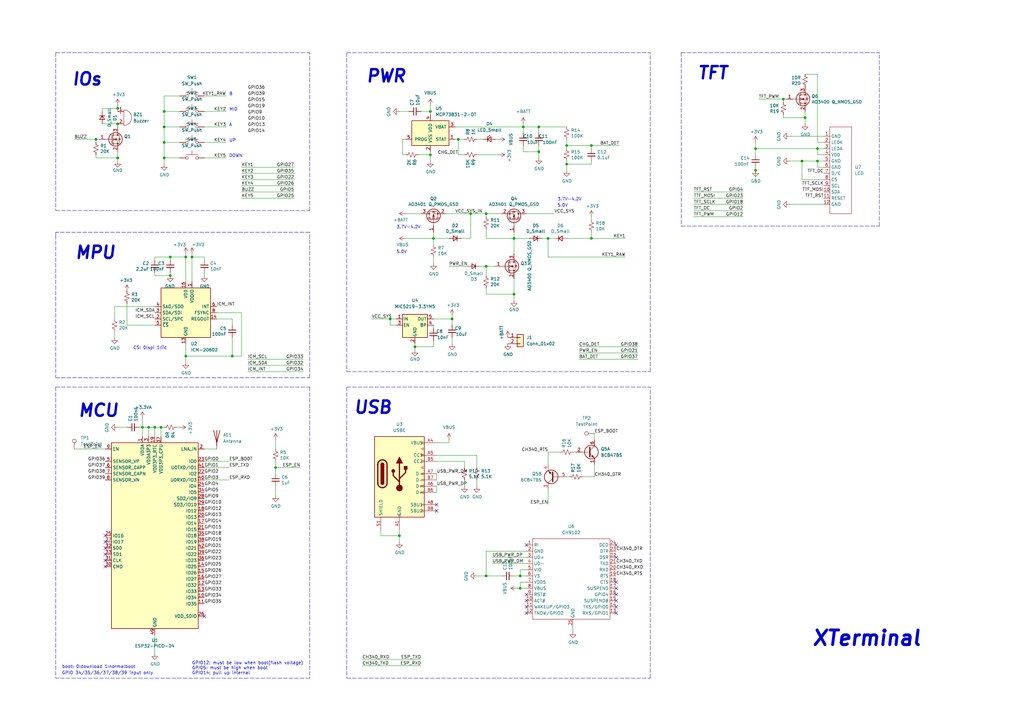
<source format=kicad_sch>
(kicad_sch (version 20211123) (generator eeschema)
  (paper "A3")
  (title_block (title "XTerminal") (date "2021-12-03") (rev "v1.0") (company "LithiumStudio"))
  (junction (at 335.28 66.04))
  (junction (at 176.53 63.5))
  (junction (at 309.88 69.85))
  (junction (at 58.42 175.26))
  (junction (at 67.31 45.72))
  (junction (at 67.31 64.77))
  (junction (at 213.36 241.3))
  (junction (at 232.41 59.69))
  (junction (at 220.98 52.07))
  (junction (at 67.31 52.07))
  (junction (at 69.85 113.03))
  (junction (at 60.96 175.26))
  (junction (at 39.37 57.15))
  (junction (at 69.85 105.41))
  (junction (at 48.26 50.8))
  (junction (at 95.25 146.05))
  (junction (at 176.53 45.72))
  (junction (at 224.79 97.79))
  (junction (at 177.8 97.79))
  (junction (at 185.42 130.81))
  (junction (at 321.31 40.64))
  (junction (at 199.39 236.22))
  (junction (at 330.2 48.26))
  (junction (at 242.57 59.69))
  (junction (at 242.57 97.79))
  (junction (at 309.88 60.96))
  (junction (at 66.04 175.26))
  (junction (at 193.04 87.63))
  (junction (at 199.39 109.22))
  (junction (at 232.41 67.31))
  (junction (at 210.82 97.79))
  (junction (at 220.98 62.23))
  (junction (at 48.26 44.45))
  (junction (at 113.03 191.77))
  (junction (at 63.5 175.26))
  (junction (at 67.31 58.42))
  (junction (at 199.39 87.63))
  (junction (at 163.83 219.71))
  (junction (at 335.28 60.96))
  (junction (at 328.93 66.04))
  (junction (at 214.63 52.07))
  (junction (at 170.18 142.24))
  (junction (at 78.74 105.41))
  (junction (at 48.26 64.77))
  (junction (at 160.02 130.81))
  (junction (at 187.96 57.15))
  (junction (at 76.2 146.05))
  (junction (at 213.36 236.22))
  (junction (at 76.2 105.41))
  (junction (at 210.82 120.65))
  (no_connect (at 252.73 251.46))
  (no_connect (at 252.73 246.38))
  (no_connect (at 252.73 243.84))
  (no_connect (at 252.73 248.92))
  (no_connect (at 252.73 241.3))
  (no_connect (at 252.73 238.76))
  (no_connect (at 252.73 223.52))
  (no_connect (at 215.9 223.52))
  (no_connect (at 43.18 227.33))
  (no_connect (at 43.18 229.87))
  (no_connect (at 43.18 232.41))
  (no_connect (at 43.18 224.79))
  (no_connect (at 43.18 222.25))
  (no_connect (at 43.18 219.71))
  (no_connect (at 179.07 207.01))
  (no_connect (at 252.73 228.6))
  (no_connect (at 179.07 209.55))
  (no_connect (at 83.82 252.73))
  (no_connect (at 215.9 246.38))
  (no_connect (at 215.9 251.46))
  (no_connect (at 215.9 243.84))
  (no_connect (at 215.9 248.92))
  (wire (pts (xy 330.2 30.48) (xy 335.28 30.48)))
  (wire (pts (xy 184.15 180.34) (xy 184.15 181.61)))
  (wire (pts (xy 95.25 138.43) (xy 95.25 146.05)))
  (wire (pts (xy 99.06 76.2) (xy 120.65 76.2)))
  (wire (pts (xy 335.28 58.42) (xy 337.82 58.42)))
  (wire (pts (xy 176.53 66.04) (xy 176.53 63.5)))
  (wire (pts (xy 195.58 57.15) (xy 198.12 57.15)))
  (wire (pts (xy 242.57 59.69) (xy 242.57 60.96)))
  (wire (pts (xy 179.07 186.69) (xy 195.58 186.69)))
  (wire (pts (xy 58.42 175.26) (xy 58.42 179.07)))
  (wire (pts (xy 67.31 64.77) (xy 67.31 67.31)))
  (polyline (pts (xy 22.86 158.75) (xy 127 158.75)))
  (wire (pts (xy 193.04 87.63) (xy 199.39 87.63)))
  (wire (pts (xy 48.26 64.77) (xy 48.26 66.04)))
  (polyline (pts (xy 127 86.36) (xy 127 21.59)))
  (wire (pts (xy 195.58 196.85) (xy 195.58 199.39)))
  (wire (pts (xy 177.8 97.79) (xy 184.15 97.79)))
  (wire (pts (xy 63.5 113.03) (xy 69.85 113.03)))
  (polyline (pts (xy 127 154.94) (xy 127 95.25)))
  (wire (pts (xy 242.57 95.25) (xy 242.57 97.79)))
  (wire (pts (xy 172.72 45.72) (xy 176.53 45.72)))
  (wire (pts (xy 67.31 52.07) (xy 73.66 52.07)))
  (wire (pts (xy 309.88 69.85) (xy 309.88 74.93)))
  (wire (pts (xy 170.18 143.51) (xy 170.18 142.24)))
  (wire (pts (xy 224.79 105.41) (xy 224.79 97.79)))
  (wire (pts (xy 232.41 66.04) (xy 232.41 67.31)))
  (wire (pts (xy 242.57 97.79) (xy 256.54 97.79)))
  (wire (pts (xy 160.02 133.35) (xy 160.02 130.81)))
  (wire (pts (xy 67.31 39.37) (xy 67.31 45.72)))
  (wire (pts (xy 201.93 231.14) (xy 215.9 231.14)))
  (wire (pts (xy 232.41 195.58) (xy 233.68 195.58)))
  (wire (pts (xy 337.82 73.66) (xy 328.93 73.66)))
  (wire (pts (xy 78.74 104.14) (xy 78.74 105.41)))
  (polyline (pts (xy 127 95.25) (xy 22.86 95.25)))
  (wire (pts (xy 337.82 68.58) (xy 335.28 68.58)))
  (wire (pts (xy 160.02 130.81) (xy 162.56 130.81)))
  (wire (pts (xy 88.9 128.27) (xy 99.06 128.27)))
  (wire (pts (xy 220.98 62.23) (xy 220.98 64.77)))
  (polyline (pts (xy 22.86 95.25) (xy 22.86 96.52)))
  (wire (pts (xy 190.5 189.23) (xy 190.5 191.77)))
  (wire (pts (xy 196.85 109.22) (xy 199.39 109.22)))
  (wire (pts (xy 170.18 142.24) (xy 177.8 142.24)))
  (wire (pts (xy 66.04 179.07) (xy 66.04 175.26)))
  (wire (pts (xy 199.39 87.63) (xy 199.39 88.9)))
  (wire (pts (xy 48.26 64.77) (xy 48.26 62.23)))
  (wire (pts (xy 335.28 30.48) (xy 335.28 58.42)))
  (wire (pts (xy 48.26 50.8) (xy 48.26 52.07)))
  (wire (pts (xy 99.06 71.12) (xy 120.65 71.12)))
  (wire (pts (xy 48.26 44.45) (xy 48.26 45.72)))
  (wire (pts (xy 237.49 142.24) (xy 261.62 142.24)))
  (wire (pts (xy 182.88 87.63) (xy 193.04 87.63)))
  (wire (pts (xy 63.5 260.35) (xy 63.5 267.97)))
  (wire (pts (xy 214.63 62.23) (xy 220.98 62.23)))
  (wire (pts (xy 190.5 63.5) (xy 187.96 63.5)))
  (wire (pts (xy 69.85 106.68) (xy 69.85 105.41)))
  (wire (pts (xy 328.93 66.04) (xy 335.28 66.04)))
  (wire (pts (xy 187.96 57.15) (xy 190.5 57.15)))
  (wire (pts (xy 204.47 57.15) (xy 203.2 57.15)))
  (wire (pts (xy 311.15 40.64) (xy 321.31 40.64)))
  (wire (pts (xy 193.04 97.79) (xy 193.04 87.63)))
  (polyline (pts (xy 279.4 21.59) (xy 279.4 92.71)))
  (wire (pts (xy 88.9 130.81) (xy 95.25 130.81)))
  (polyline (pts (xy 22.86 158.75) (xy 22.86 278.13)))
  (wire (pts (xy 177.8 95.25) (xy 177.8 97.79)))
  (wire (pts (xy 190.5 196.85) (xy 190.5 199.39)))
  (wire (pts (xy 186.69 52.07) (xy 214.63 52.07)))
  (wire (pts (xy 210.82 120.65) (xy 210.82 114.3)))
  (wire (pts (xy 214.63 52.07) (xy 220.98 52.07)))
  (wire (pts (xy 176.53 63.5) (xy 176.53 62.23)))
  (wire (pts (xy 199.39 120.65) (xy 210.82 120.65)))
  (wire (pts (xy 41.91 44.45) (xy 48.26 44.45)))
  (wire (pts (xy 237.49 144.78) (xy 261.62 144.78)))
  (wire (pts (xy 99.06 78.74) (xy 120.65 78.74)))
  (wire (pts (xy 83.82 196.85) (xy 93.98 196.85)))
  (wire (pts (xy 66.04 175.26) (xy 63.5 175.26)))
  (wire (pts (xy 214.63 50.8) (xy 214.63 52.07)))
  (wire (pts (xy 63.5 175.26) (xy 60.96 175.26)))
  (wire (pts (xy 323.85 55.88) (xy 337.82 55.88)))
  (wire (pts (xy 67.31 52.07) (xy 67.31 58.42)))
  (wire (pts (xy 234.95 185.42) (xy 236.22 185.42)))
  (wire (pts (xy 323.85 66.04) (xy 328.93 66.04)))
  (wire (pts (xy 57.15 175.26) (xy 58.42 175.26)))
  (wire (pts (xy 284.48 86.36) (xy 304.8 86.36)))
  (wire (pts (xy 83.82 111.76) (xy 83.82 113.03)))
  (wire (pts (xy 73.66 175.26) (xy 72.39 175.26)))
  (wire (pts (xy 321.31 48.26) (xy 330.2 48.26)))
  (wire (pts (xy 185.42 138.43) (xy 185.42 140.97)))
  (wire (pts (xy 101.6 152.4) (xy 124.46 152.4)))
  (wire (pts (xy 78.74 105.41) (xy 78.74 115.57)))
  (wire (pts (xy 83.82 58.42) (xy 92.71 58.42)))
  (wire (pts (xy 67.31 39.37) (xy 73.66 39.37)))
  (wire (pts (xy 335.28 63.5) (xy 335.28 60.96)))
  (wire (pts (xy 321.31 46.99) (xy 321.31 48.26)))
  (wire (pts (xy 83.82 39.37) (xy 92.71 39.37)))
  (wire (pts (xy 195.58 63.5) (xy 204.47 63.5)))
  (wire (pts (xy 309.88 68.58) (xy 309.88 69.85)))
  (wire (pts (xy 284.48 78.74) (xy 304.8 78.74)))
  (wire (pts (xy 63.5 111.76) (xy 63.5 113.03)))
  (wire (pts (xy 171.45 63.5) (xy 176.53 63.5)))
  (polyline (pts (xy 142.24 21.59) (xy 266.7 21.59)))
  (polyline (pts (xy 142.24 158.75) (xy 266.7 158.75)))
  (wire (pts (xy 177.8 130.81) (xy 185.42 130.81)))
  (wire (pts (xy 163.83 219.71) (xy 163.83 222.25)))
  (wire (pts (xy 220.98 52.07) (xy 232.41 52.07)))
  (wire (pts (xy 166.37 63.5) (xy 165.1 63.5)))
  (wire (pts (xy 215.9 226.06) (xy 199.39 226.06)))
  (wire (pts (xy 237.49 147.32) (xy 261.62 147.32)))
  (wire (pts (xy 330.2 45.72) (xy 330.2 48.26)))
  (wire (pts (xy 148.59 273.05) (xy 172.72 273.05)))
  (wire (pts (xy 242.57 67.31) (xy 232.41 67.31)))
  (wire (pts (xy 199.39 226.06) (xy 199.39 236.22)))
  (wire (pts (xy 166.37 97.79) (xy 177.8 97.79)))
  (wire (pts (xy 309.88 60.96) (xy 309.88 63.5)))
  (wire (pts (xy 99.06 68.58) (xy 120.65 68.58)))
  (wire (pts (xy 63.5 106.68) (xy 63.5 105.41)))
  (wire (pts (xy 39.37 63.5) (xy 39.37 64.77)))
  (wire (pts (xy 166.37 87.63) (xy 172.72 87.63)))
  (polyline (pts (xy 142.24 278.13) (xy 266.7 278.13)))
  (wire (pts (xy 148.59 270.51) (xy 172.72 270.51)))
  (wire (pts (xy 321.31 40.64) (xy 322.58 40.64)))
  (wire (pts (xy 95.25 146.05) (xy 76.2 146.05)))
  (wire (pts (xy 83.82 64.77) (xy 92.71 64.77)))
  (wire (pts (xy 177.8 97.79) (xy 177.8 100.33)))
  (wire (pts (xy 99.06 73.66) (xy 120.65 73.66)))
  (wire (pts (xy 224.79 97.79) (xy 227.33 97.79)))
  (wire (pts (xy 284.48 81.28) (xy 304.8 81.28)))
  (wire (pts (xy 213.36 241.3) (xy 215.9 241.3)))
  (wire (pts (xy 254 59.69) (xy 242.57 59.69)))
  (wire (pts (xy 232.41 59.69) (xy 232.41 60.96)))
  (wire (pts (xy 63.5 179.07) (xy 63.5 175.26)))
  (wire (pts (xy 67.31 45.72) (xy 67.31 52.07)))
  (wire (pts (xy 165.1 63.5) (xy 165.1 57.15)))
  (wire (pts (xy 163.83 217.17) (xy 163.83 219.71)))
  (wire (pts (xy 177.8 139.7) (xy 177.8 142.24)))
  (wire (pts (xy 185.42 130.81) (xy 185.42 133.35)))
  (wire (pts (xy 95.25 130.81) (xy 95.25 133.35)))
  (wire (pts (xy 195.58 191.77) (xy 195.58 186.69)))
  (wire (pts (xy 83.82 52.07) (xy 92.71 52.07)))
  (wire (pts (xy 186.69 57.15) (xy 187.96 57.15)))
  (wire (pts (xy 215.9 87.63) (xy 227.33 87.63)))
  (wire (pts (xy 76.2 104.14) (xy 76.2 105.41)))
  (wire (pts (xy 99.06 128.27) (xy 99.06 146.05)))
  (wire (pts (xy 41.91 50.8) (xy 48.26 50.8)))
  (polyline (pts (xy 266.7 278.13) (xy 266.7 158.75)))
  (wire (pts (xy 69.85 111.76) (xy 69.85 113.03)))
  (wire (pts (xy 93.98 189.23) (xy 83.82 189.23)))
  (wire (pts (xy 242.57 66.04) (xy 242.57 67.31)))
  (wire (pts (xy 210.82 123.19) (xy 210.82 120.65)))
  (wire (pts (xy 46.99 135.89) (xy 46.99 138.43)))
  (wire (pts (xy 189.23 97.79) (xy 193.04 97.79)))
  (wire (pts (xy 215.9 238.76) (xy 213.36 238.76)))
  (polyline (pts (xy 279.4 92.71) (xy 360.68 92.71)))
  (wire (pts (xy 67.31 64.77) (xy 73.66 64.77)))
  (wire (pts (xy 39.37 57.15) (xy 39.37 58.42)))
  (wire (pts (xy 58.42 171.45) (xy 58.42 175.26)))
  (wire (pts (xy 48.26 175.26) (xy 52.07 175.26)))
  (wire (pts (xy 185.42 129.54) (xy 185.42 130.81)))
  (wire (pts (xy 232.41 97.79) (xy 242.57 97.79)))
  (wire (pts (xy 199.39 93.98) (xy 199.39 97.79)))
  (wire (pts (xy 48.26 43.18) (xy 48.26 44.45)))
  (polyline (pts (xy 142.24 21.59) (xy 142.24 152.4)))
  (wire (pts (xy 242.57 59.69) (xy 232.41 59.69)))
  (wire (pts (xy 83.82 191.77) (xy 93.98 191.77)))
  (wire (pts (xy 217.17 97.79) (xy 210.82 97.79)))
  (wire (pts (xy 220.98 54.61) (xy 220.98 52.07)))
  (wire (pts (xy 224.79 185.42) (xy 224.79 190.5)))
  (wire (pts (xy 113.03 199.39) (xy 113.03 203.2)))
  (wire (pts (xy 176.53 45.72) (xy 176.53 46.99)))
  (wire (pts (xy 215.9 233.68) (xy 213.36 233.68)))
  (polyline (pts (xy 22.86 96.52) (xy 22.86 154.94)))
  (wire (pts (xy 234.95 256.54) (xy 234.95 259.08)))
  (wire (pts (xy 99.06 146.05) (xy 95.25 146.05)))
  (wire (pts (xy 60.96 179.07) (xy 60.96 175.26)))
  (wire (pts (xy 52.07 133.35) (xy 63.5 133.35)))
  (wire (pts (xy 203.2 109.22) (xy 199.39 109.22)))
  (wire (pts (xy 210.82 95.25) (xy 210.82 97.79)))
  (wire (pts (xy 330.2 48.26) (xy 330.2 50.8)))
  (wire (pts (xy 101.6 149.86) (xy 124.46 149.86)))
  (wire (pts (xy 40.64 57.15) (xy 39.37 57.15)))
  (wire (pts (xy 232.41 57.15) (xy 232.41 59.69)))
  (wire (pts (xy 52.07 124.46) (xy 52.07 133.35)))
  (wire (pts (xy 67.31 175.26) (xy 66.04 175.26)))
  (wire (pts (xy 113.03 191.77) (xy 123.19 191.77)))
  (wire (pts (xy 214.63 52.07) (xy 214.63 54.61)))
  (wire (pts (xy 201.93 228.6) (xy 215.9 228.6)))
  (wire (pts (xy 46.99 125.73) (xy 46.99 130.81)))
  (wire (pts (xy 284.48 88.9) (xy 304.8 88.9)))
  (wire (pts (xy 191.77 109.22) (xy 184.15 109.22)))
  (wire (pts (xy 58.42 175.26) (xy 60.96 175.26)))
  (wire (pts (xy 41.91 45.72) (xy 41.91 44.45)))
  (wire (pts (xy 199.39 97.79) (xy 210.82 97.79)))
  (wire (pts (xy 335.28 68.58) (xy 335.28 66.04)))
  (wire (pts (xy 213.36 233.68) (xy 213.36 236.22)))
  (wire (pts (xy 321.31 40.64) (xy 321.31 41.91)))
  (wire (pts (xy 309.88 60.96) (xy 335.28 60.96)))
  (wire (pts (xy 39.37 64.77) (xy 48.26 64.77)))
  (wire (pts (xy 30.48 57.15) (xy 39.37 57.15)))
  (wire (pts (xy 335.28 66.04) (xy 337.82 66.04)))
  (wire (pts (xy 212.09 241.3) (xy 213.36 241.3)))
  (wire (pts (xy 179.07 181.61) (xy 184.15 181.61)))
  (wire (pts (xy 99.06 81.28) (xy 120.65 81.28)))
  (wire (pts (xy 229.87 185.42) (xy 224.79 185.42)))
  (wire (pts (xy 170.18 142.24) (xy 170.18 140.97)))
  (wire (pts (xy 152.4 130.81) (xy 160.02 130.81)))
  (wire (pts (xy 69.85 105.41) (xy 76.2 105.41)))
  (wire (pts (xy 163.83 45.72) (xy 167.64 45.72)))
  (wire (pts (xy 337.82 60.96) (xy 335.28 60.96)))
  (wire (pts (xy 165.1 57.15) (xy 166.37 57.15)))
  (polyline (pts (xy 127 278.13) (xy 22.86 278.13)))
  (wire (pts (xy 67.31 58.42) (xy 73.66 58.42)))
  (wire (pts (xy 243.84 195.58) (xy 238.76 195.58)))
  (polyline (pts (xy 22.86 21.59) (xy 127 21.59)))
  (wire (pts (xy 243.84 190.5) (xy 243.84 195.58)))
  (wire (pts (xy 83.82 105.41) (xy 78.74 105.41)))
  (wire (pts (xy 177.8 105.41) (xy 177.8 107.95)))
  (wire (pts (xy 177.8 134.62) (xy 177.8 133.35)))
  (wire (pts (xy 214.63 59.69) (xy 214.63 62.23)))
  (wire (pts (xy 113.03 191.77) (xy 113.03 194.31)))
  (polyline (pts (xy 22.86 21.59) (xy 22.86 86.36)))
  (wire (pts (xy 210.82 104.14) (xy 210.82 97.79)))
  (wire (pts (xy 113.03 189.23) (xy 113.03 191.77)))
  (wire (pts (xy 156.21 219.71) (xy 163.83 219.71)))
  (wire (pts (xy 222.25 97.79) (xy 224.79 97.79)))
  (wire (pts (xy 284.48 83.82) (xy 304.8 83.82)))
  (wire (pts (xy 323.85 83.82) (xy 337.82 83.82)))
  (wire (pts (xy 179.07 199.39) (xy 179.07 201.93)))
  (wire (pts (xy 210.82 236.22) (xy 213.36 236.22)))
  (wire (pts (xy 101.6 147.32) (xy 124.46 147.32)))
  (wire (pts (xy 205.74 87.63) (xy 199.39 87.63)))
  (wire (pts (xy 337.82 63.5) (xy 335.28 63.5)))
  (wire (pts (xy 63.5 105.41) (xy 69.85 105.41)))
  (polyline (pts (xy 266.7 152.4) (xy 266.7 21.59)))
  (wire (pts (xy 213.36 238.76) (xy 213.36 241.3)))
  (wire (pts (xy 224.79 105.41) (xy 256.54 105.41)))
  (wire (pts (xy 83.82 184.15) (xy 88.9 184.15)))
  (wire (pts (xy 76.2 140.97) (xy 76.2 146.05)))
  (wire (pts (xy 199.39 118.11) (xy 199.39 120.65)))
  (wire (pts (xy 30.48 184.15) (xy 43.18 184.15)))
  (wire (pts (xy 187.96 63.5) (xy 187.96 57.15)))
  (wire (pts (xy 328.93 73.66) (xy 328.93 66.04)))
  (wire (pts (xy 224.79 200.66) (xy 224.79 207.01)))
  (wire (pts (xy 242.57 88.9) (xy 242.57 90.17)))
  (wire (pts (xy 76.2 105.41) (xy 76.2 115.57)))
  (wire (pts (xy 83.82 106.68) (xy 83.82 105.41)))
  (polyline (pts (xy 22.86 86.36) (xy 127 86.36)))
  (wire (pts (xy 113.03 180.34) (xy 113.03 184.15)))
  (wire (pts (xy 213.36 236.22) (xy 215.9 236.22)))
  (wire (pts (xy 162.56 133.35) (xy 160.02 133.35)))
  (wire (pts (xy 156.21 217.17) (xy 156.21 219.71)))
  (wire (pts (xy 199.39 236.22) (xy 195.58 236.22)))
  (wire (pts (xy 243.84 177.8) (xy 243.84 180.34)))
  (wire (pts (xy 76.2 146.05) (xy 76.2 148.59)))
  (polyline (pts (xy 360.68 92.71) (xy 360.68 21.59)))
  (wire (pts (xy 199.39 236.22) (xy 205.74 236.22)))
  (wire (pts (xy 199.39 109.22) (xy 199.39 113.03)))
  (polyline (pts (xy 279.4 21.59) (xy 360.68 21.59)))
  (wire (pts (xy 179.07 194.31) (xy 179.07 196.85)))
  (polyline (pts (xy 22.86 154.94) (xy 127 154.94)))
  (wire (pts (xy 67.31 45.72) (xy 73.66 45.72)))
  (wire (pts (xy 232.41 67.31) (xy 232.41 69.85)))
  (polyline (pts (xy 142.24 158.75) (xy 142.24 278.13)))
  (wire (pts (xy 83.82 45.72) (xy 92.71 45.72)))
  (wire (pts (xy 46.99 125.73) (xy 63.5 125.73)))
  (polyline (pts (xy 127 158.75) (xy 127 278.13)))
  (wire (pts (xy 176.53 43.18) (xy 176.53 45.72)))
  (polyline (pts (xy 142.24 152.4) (xy 266.7 152.4)))
  (wire (pts (xy 67.31 58.42) (xy 67.31 64.77)))
  (wire (pts (xy 179.07 189.23) (xy 190.5 189.23)))
  (wire (pts (xy 309.88 58.42) (xy 309.88 60.96)))
  (wire (pts (xy 220.98 59.69) (xy 220.98 62.23)))
  (text "UP" (at 93.98 58.42 0) (effects (font (size 1.27 1.27)) (justify left bottom)))
  (text "MPU" (at 30.48 106.68 0) (effects (font (size 5 5) bold italic) (justify left bottom)))
  (text "GPIO 34/35/36/37/38/39 input only" (at 25.4 276.86 0) (effects (font (size 1.27 1.27)) (justify left bottom)))
  (text "5.0V" (at 228.6 85.09 0) (effects (font (size 1.27 1.27)) (justify left bottom)))
  (text "3.7V-4.2V" (at 228.6 82.55 0) (effects (font (size 1.27 1.27)) (justify left bottom)))
  (text "GPIO12: must be low when boot(flash voltage)\nGPIO5: must be high when boot\nGPIO14: pull up internal" (at 78.74 276.86 0) (effects (font (size 1.27 1.27)) (justify left bottom)))
  (text "XTerminal" (at 332.74 265.43 0) (effects (font (size 6 6) (thickness 1.2) bold italic) (justify left bottom)))
  (text "3.7V-4.2V" (at 162.56 93.98 0) (effects (font (size 1.27 1.27)) (justify left bottom)))
  (text "MCU" (at 31.75 171.45 0) (effects (font (size 5 5) (thickness 1) bold italic) (justify left bottom)))
  (text "DOWN" (at 93.9169 64.7067 0) (effects (font (size 1.27 1.27)) (justify left bottom)))
  (text "USB" (at 144.78 170.18 0) (effects (font (size 5 5) bold italic) (justify left bottom)))
  (text "PWR" (at 149.86 34.29 0) (effects (font (size 5 5) bold italic) (justify left bottom)))
  (text "IOs" (at 29.21 35.56 0) (effects (font (size 5 5) bold italic) (justify left bottom)))
  (text "A" (at 93.9169 52.0593 0) (effects (font (size 1.27 1.27)) (justify left bottom)))
  (text "boot: 0:download 1:normalboot" (at 25.4 274.32 0) (effects (font (size 1.27 1.27)) (justify left bottom)))
  (text "MID" (at 93.98 45.72 0) (effects (font (size 1.27 1.27)) (justify left bottom)))
  (text "TFT" (at 285.75 33.02 0) (effects (font (size 5 5) bold italic) (justify left bottom)))
  (text "CS: 0:spi 1:iic" (at 54.61 143.51 0) (effects (font (size 1.27 1.27)) (justify left bottom)))
  (text "5.0V" (at 162.56 104.14 0) (effects (font (size 1.27 1.27)) (justify left bottom)))
  (text "B" (at 93.98 39.37 0) (effects (font (size 1.27 1.27)) (justify left bottom)))
  (label "CH340_TXD" (at 148.59 273.05 0))
  (label "GPIO3" (at 83.82 196.85 0))
  (label "TFT_PWM" (at 311.15 40.64 0))
  (label "KEY2" (at 99.06 71.12 0))
  (label "ICM_SCL" (at 101.6 147.32 0))
  (label "GPIO2" (at 83.82 194.31 0))
  (label "ICM_SDA" (at 101.6 149.86 0))
  (label "GPIO32" (at 124.46 149.86 180))
  (label "GPIO23" (at 304.8 81.28 180))
  (label "GPIO23" (at 83.82 229.87 0))
  (label "GPIO4" (at 304.8 78.74 180))
  (label "BAT_DET" (at 237.49 147.32 0))
  (label "USB_PWR_DP" (at 179.07 199.39 0))
  (label "BUZZ" (at 30.48 57.15 0))
  (label "ICM_SDA" (at 63.5 128.27 180))
  (label "ESP_EN" (at 123.19 191.77 180))
  (label "GPIO1" (at 83.82 191.77 0))
  (label "VCC_SYS" (at 227.33 87.63 0))
  (label "GPIO18" (at 304.8 83.82 180))
  (label "TTF_MOSI" (at 284.48 81.28 0))
  (label "ESP_TXD" (at 93.98 191.77 0))
  (label "CH340_DTR" (at 243.84 195.58 0))
  (label "GPIO22" (at 120.65 73.66 180))
  (label "TFT_SCLK" (at 284.48 83.82 0))
  (label "TFT_PWM" (at 284.48 88.9 0))
  (label "PWR_EN" (at 184.15 109.22 0))
  (label "GPIO33" (at 83.82 242.57 0))
  (label "KEY1_RAW" (at 256.54 105.41 180))
  (label "GPIO13" (at 101.6 52.07 0))
  (label "CHG_DET" (at 187.96 63.5 180))
  (label "GPIO38" (at 43.18 194.31 180))
  (label "TTF_MOSI" (at 337.82 78.74 180))
  (label "CH340_RXD" (at 252.73 233.68 0))
  (label "KEY4" (at 99.06 76.2 0))
  (label "CH340_RXD" (at 148.59 270.51 0))
  (label "KEY1" (at 256.54 97.79 180))
  (label "KEY3" (at 99.06 73.66 0))
  (label "USB_PWR_DP" (at 201.93 228.6 0))
  (label "ESP_TXD" (at 172.72 270.51 180))
  (label "TFT_SCLK" (at 337.82 76.2 180))
  (label "ESP_BOOT" (at 243.84 177.8 0))
  (label "GPIO2" (at 304.8 86.36 180))
  (label "ESP_RXD" (at 93.98 196.85 0))
  (label "GPIO25" (at 120.65 81.28 180))
  (label "VCC_SYS" (at 152.4 130.81 0))
  (label "KEY1" (at 99.06 68.58 0))
  (label "GPIO12" (at 304.8 88.9 180))
  (label "GPIO22" (at 83.82 227.33 0))
  (label "GPIO0" (at 83.82 189.23 0))
  (label "CH340_RTS" (at 252.73 236.22 0))
  (label "GPIO38" (at 261.62 142.24 180))
  (label "CH340_TXD" (at 252.73 231.14 0))
  (label "KEY4" (at 92.71 58.42 180))
  (label "GPIO35" (at 120.65 71.12 180))
  (label "GPIO36" (at 101.6 36.83 0))
  (label "ESP_BOOT" (at 93.98 189.23 0))
  (label "KEY5" (at 99.06 81.28 0))
  (label "GPIO14" (at 83.82 214.63 0))
  (label "CHG_DET" (at 237.49 142.24 0))
  (label "GPIO9" (at 101.6 46.99 0))
  (label "GPIO5" (at 120.65 78.74 180))
  (label "GPIO37" (at 261.62 147.32 180))
  (label "VCC_SYS_IN" (at 186.69 87.63 0))
  (label "GPIO34" (at 83.82 245.11 0))
  (label "GPIO5" (at 83.82 201.93 0))
  (label "GPIO13" (at 83.82 212.09 0))
  (label "KEY3" (at 92.71 52.07 180))
  (label "GPIO26" (at 83.82 234.95 0))
  (label "GPIO27" (at 120.65 68.58 180))
  (label "GPIO34" (at 124.46 152.4 180))
  (label "GPIO9" (at 83.82 204.47 0))
  (label "BUZZ" (at 99.06 78.74 0))
  (label "ICM_SCL" (at 63.5 130.81 180))
  (label "GPIO33" (at 124.46 147.32 180))
  (label "TFT_RST" (at 284.48 78.74 0))
  (label "GPIO25" (at 83.82 232.41 0))
  (label "ICM_INT" (at 88.9 125.73 0))
  (label "ESP_RXD" (at 172.72 273.05 180))
  (label "GPIO19" (at 83.82 222.25 0))
  (label "GPIO26" (at 120.65 76.2 180))
  (label "TFT_DC" (at 284.48 86.36 0))
  (label "GPIO35" (at 83.82 247.65 0))
  (label "GPIO4" (at 83.82 199.39 0))
  (label "GPIO19" (at 101.6 44.45 0))
  (label "GPIO39" (at 43.18 196.85 180))
  (label "CH340_DTR" (at 252.73 226.06 0))
  (label "PWR_EN" (at 237.49 144.78 0))
  (label "GPIO39" (at 101.6 39.37 0))
  (label "ICM_INT" (at 101.6 152.4 0))
  (label "USB_PWR_DM" (at 179.07 194.31 0))
  (label "GPIO15" (at 83.82 217.17 0))
  (label "CH340_RTS" (at 224.79 185.42 180))
  (label "GPIO14" (at 101.6 54.61 0))
  (label "KEY5" (at 92.71 64.77 180))
  (label "GPIO10" (at 101.6 49.53 0))
  (label "GPIO36" (at 43.18 189.23 180))
  (label "GPIO21" (at 83.82 224.79 0))
  (label "GPIO18" (at 83.82 219.71 0))
  (label "GPIO32" (at 83.82 240.03 0))
  (label "GPIO21" (at 261.62 144.78 180))
  (label "KEY1_RAW" (at 92.71 39.37 180))
  (label "GPIO15" (at 101.6 41.91 0))
  (label "ESP_EN" (at 34.29 184.15 0))
  (label "TFT_DC" (at 337.82 71.12 180))
  (label "GPIO27" (at 83.82 237.49 0))
  (label "ESP_EN" (at 224.79 207.01 180))
  (label "TFT_RST" (at 337.82 81.28 180))
  (label "GPIO12" (at 83.82 209.55 0))
  (label "GPIO37" (at 43.18 191.77 180))
  (label "USB_PWR_DM" (at 201.93 231.14 0))
  (label "GPIO10" (at 83.82 207.01 0))
  (label "KEY2" (at 92.71 45.72 180))
  (label "BAT_DET" (at 254 59.69 180))
  (symbol (lib_id "RF_Module:ESP32-PICO-D4") (at 63.5 219.71 0) (unit 1)
    (property "Reference" "U1" (at 63.5 262.6106 0))
    (property "Value" "ESP32-PICO-D4" (at 63.5 264.922 0))
    (property "Footprint" "Package_DFN_QFN:QFN-48-1EP_7x7mm_P0.5mm_EP5.15x5.15mm" (effects hide))
    (property "Datasheet" "https://www.espressif.com/sites/default/files/documentation/esp32-pico-d4_datasheet_en.pdf" (effects hide))
  )
  (symbol (lib_id "power:+3.3VA") (at 58.42 171.45 0) (unit 1)
    (property "Reference" "#PWR06" (effects hide))
    (property "Value" "+3.3VA" (at 58.801 167.0558 0))
  )
  (symbol (lib_id "power:+3.3V") (at 73.66 175.26 270) (unit 1)
    (property "Reference" "#PWR010" (effects hide))
    (property "Value" "+3.3V" (at 78.0542 175.641 0))
  )
  (symbol (lib_id "Device:R_Small_US") (at 69.85 175.26 270) (unit 1)
    (property "Reference" "R4" (at 71.0184 176.9872 0) (effects (justify left)))
    (property "Value" "0R" (at 68.707 176.9872 0) (effects (justify left)))
    (property "Footprint" "Resistor_SMD:R_0402_1005Metric_Pad0.72x0.64mm_HandSolder" (effects hide))
  )
  (symbol (lib_id "Device:Q_PMOS_GSD") (at 210.82 90.17 270) (mirror x) (unit 1)
    (property "Reference" "Q4" (at 210.82 81.4832 90))
    (property "Value" "AO3401 Q_PMOS_GSD" (at 210.82 83.7946 90))
    (property "Footprint" "Package_TO_SOT_SMD:SOT-23" (effects hide))
  )
  (symbol (lib_id "Device:Q_NMOS_GSD") (at 208.28 109.22 0) (unit 1)
    (property "Reference" "Q3" (at 213.4616 108.0516 0) (effects (justify left)))
    (property "Value" "AO3400 Q_NMOS_GSD" (at 217.17 119.38 90) (effects (justify left)))
    (property "Footprint" "Package_TO_SOT_SMD:SOT-23" (effects hide))
  )
  (symbol (lib_id "Device:R_Small_US") (at 199.39 91.44 0) (unit 1)
    (property "Reference" "R11" (at 201.1172 90.2716 0) (effects (justify left)))
    (property "Value" "20K" (at 201.1172 92.583 0) (effects (justify left)))
    (property "Footprint" "Resistor_SMD:R_0402_1005Metric_Pad0.72x0.64mm_HandSolder" (effects hide))
  )
  (symbol (lib_id "Device:R_Small_US") (at 199.39 115.57 0) (unit 1)
    (property "Reference" "R12" (at 201.1172 114.4016 0) (effects (justify left)))
    (property "Value" "20K" (at 201.1172 116.713 0) (effects (justify left)))
    (property "Footprint" "Resistor_SMD:R_0402_1005Metric_Pad0.72x0.64mm_HandSolder" (effects hide))
  )
  (symbol (lib_id "Device:D_Small") (at 194.31 109.22 180) (unit 1)
    (property "Reference" "D3" (at 194.31 114.4778 0))
    (property "Value" "D_Small" (at 194.31 112.1664 0))
    (property "Footprint" "Diode_SMD:D_SOD-323" (effects hide))
  )
  (symbol (lib_id "Device:D_Small") (at 229.87 97.79 0) (unit 1)
    (property "Reference" "D6" (at 229.87 92.5322 0))
    (property "Value" "D_Small" (at 229.87 94.8436 0))
    (property "Footprint" "Diode_SMD:D_SOD-323" (effects hide))
  )
  (symbol (lib_id "Device:D_Small") (at 219.71 97.79 180) (unit 1)
    (property "Reference" "D5" (at 219.71 92.5322 0))
    (property "Value" "D_Small" (at 219.71 94.8436 0))
    (property "Footprint" "Diode_SMD:D_SOD-323" (effects hide))
  )
  (symbol (lib_id "power:GND") (at 210.82 123.19 0) (unit 1)
    (property "Reference" "#PWR034" (effects hide))
    (property "Value" "GND" (at 210.82 127 0))
  )
  (symbol (lib_id "Device:R_Small_US") (at 232.41 185.42 90) (unit 1)
    (property "Reference" "R16" (at 231.2416 183.6928 0) (effects (justify left)))
    (property "Value" "10K" (at 233.553 183.6928 0) (effects (justify left)))
    (property "Footprint" "Resistor_SMD:R_0402_1005Metric_Pad0.72x0.64mm_HandSolder" (effects hide))
  )
  (symbol (lib_id "Device:C_Small") (at 69.85 109.22 0) (mirror y) (unit 1)
    (property "Reference" "C3" (at 67.5132 108.0516 0) (effects (justify left)))
    (property "Value" "100nF" (at 67.5132 110.363 0) (effects (justify left)))
    (property "Footprint" "Capacitor_SMD:C_0402_1005Metric_Pad0.74x0.62mm_HandSolder" (effects hide))
  )
  (symbol (lib_id "Device:Antenna") (at 88.9 179.07 0) (unit 1)
    (property "Reference" "AE1" (at 91.44 178.4349 0) (effects (justify left)))
    (property "Value" "Antenna" (at 91.44 180.9749 0) (effects (justify left)))
    (property "Footprint" "RF_Antenna:Johanson_2450AT43F0100" (effects hide))
  )
  (symbol (lib_id "Switch:SW_Push") (at 78.74 58.42 0) (unit 1)
    (property "Reference" "SW4" (at 78.74 50.8 0))
    (property "Value" "SW_Push" (at 78.74 53.34 0))
    (property "Footprint" "Button_Switch_SMD:Panasonic_EVQPUJ_EVQPUA" (effects hide))
  )
  (symbol (lib_id "power:VBUS") (at 176.53 43.18 0) (unit 1)
    (property "Reference" "#PWR022" (effects hide))
    (property "Value" "VBUS" (at 176.53 38.1 0))
  )
  (symbol (lib_id "Device:C_Small") (at 185.42 135.89 0) (mirror y) (unit 1)
    (property "Reference" "C9" (at 189.23 134.62 0) (effects (justify left)))
    (property "Value" "10uF" (at 191.77 137.16 0) (effects (justify left)))
    (property "Footprint" "Capacitor_SMD:C_0402_1005Metric_Pad0.74x0.62mm_HandSolder" (effects hide))
  )
  (symbol (lib_id "power:GND") (at 190.5 199.39 0) (unit 1)
    (property "Reference" "#PWR028" (effects hide))
    (property "Value" "GND" (at 190.627 203.7842 0))
  )
  (symbol (lib_id "power:GND") (at 163.83 45.72 270) (unit 1)
    (property "Reference" "#PWR017" (effects hide))
    (property "Value" "GND" (at 159.4358 45.847 0))
  )
  (symbol (lib_id "Switch:SW_Push") (at 78.74 39.37 0) (unit 1)
    (property "Reference" "SW1" (at 78.74 31.75 0))
    (property "Value" "SW_Push" (at 78.74 34.29 0))
    (property "Footprint" "Button_Switch_SMD:Panasonic_EVQPUJ_EVQPUA" (effects hide))
  )
  (symbol (lib_id "Battery_Management:MCP73831-2-OT") (at 176.53 54.61 0) (unit 1)
    (property "Reference" "U5" (at 178.5494 44.45 0) (effects (justify left)))
    (property "Value" "MCP73831-2-OT" (at 178.5494 46.99 0) (effects (justify left)))
    (property "Footprint" "Package_TO_SOT_SMD:SOT-23-5" (effects hide))
    (property "Datasheet" "http://ww1.microchip.com/downloads/en/DeviceDoc/20001984g.pdf" (effects hide))
  )
  (symbol (lib_id "Device:Q_NMOS_GSD") (at 45.72 57.15 0) (unit 1)
    (property "Reference" "Q1" (at 50.9016 55.9816 0) (effects (justify left)))
    (property "Value" "AO3400 Q_NMOS_GSD" (effects hide))
    (property "Footprint" "Package_TO_SOT_SMD:SOT-23" (effects hide))
  )
  (symbol (lib_id "power:GND") (at 163.83 222.25 0) (unit 1)
    (property "Reference" "#PWR021" (effects hide))
    (property "Value" "GND" (at 163.957 226.6442 0))
  )
  (symbol (lib_id "power:GND") (at 76.2 148.59 0) (unit 1)
    (property "Reference" "#PWR012" (effects hide))
    (property "Value" "GND" (at 76.327 152.9842 0))
  )
  (symbol (lib_id "power:GND") (at 177.8 107.95 0) (unit 1)
    (property "Reference" "#PWR024" (effects hide))
    (property "Value" "GND" (at 177.927 112.3442 0))
  )
  (symbol (lib_id "Device:LED_Small") (at 200.66 57.15 0) (unit 1)
    (property "Reference" "D4" (at 200.7235 50.8 0))
    (property "Value" "LED_Small" (at 200.7235 53.34 0))
    (property "Footprint" "Capacitor_SMD:C_0402_1005Metric_Pad0.74x0.62mm_HandSolder" (effects hide))
  )
  (symbol (lib_id "power:GND") (at 323.85 83.82 270) (unit 1)
    (property "Reference" "#PWR046" (effects hide))
    (property "Value" "GND" (at 319.4558 83.947 0))
  )
  (symbol (lib_id "Device:R_Small_US") (at 39.37 60.96 0) (unit 1)
    (property "Reference" "R1" (at 41.0972 59.7916 0) (effects (justify left)))
    (property "Value" "20K" (at 41.0972 62.103 0) (effects (justify left)))
    (property "Footprint" "Resistor_SMD:R_0402_1005Metric_Pad0.72x0.64mm_HandSolder" (effects hide))
  )
  (symbol (lib_id "Device:R_Small_US") (at 242.57 92.71 0) (unit 1)
    (property "Reference" "R18" (at 244.2972 91.5416 0) (effects (justify left)))
    (property "Value" "10K" (at 244.2972 93.853 0) (effects (justify left)))
    (property "Footprint" "Resistor_SMD:R_0402_1005Metric_Pad0.72x0.64mm_HandSolder" (effects hide))
  )
  (symbol (lib_id "Device:C_Small") (at 214.63 57.15 0) (mirror y) (unit 1)
    (property "Reference" "C10" (at 218.44 55.88 0) (effects (justify left)))
    (property "Value" "10uF" (at 220.98 58.42 0) (effects (justify left)))
    (property "Footprint" "Capacitor_SMD:C_0402_1005Metric_Pad0.74x0.62mm_HandSolder" (effects hide))
  )
  (symbol (lib_id "New_Library:LCD") (at 337.82 55.88 0) (unit 1)
    (property "Reference" "U7" (at 350.52 68.5799 0) (effects (justify left)))
    (property "Value" "LCD" (at 350.52 71.1199 0) (effects (justify left)))
    (property "Footprint" "Library:LCD-ST7789-1.54-12PINS" (effects hide))
  )
  (symbol (lib_id "power:GND") (at 220.98 64.77 0) (unit 1)
    (property "Reference" "#PWR036" (effects hide))
    (property "Value" "GND" (at 221.107 69.1642 0))
  )
  (symbol (lib_id "Connector_Generic:Conn_01x02") (at 213.36 138.43 0) (unit 1)
    (property "Reference" "J1" (at 215.9 138.4299 0) (effects (justify left)))
    (property "Value" "Conn_01x02" (at 215.9 140.9699 0) (effects (justify left)))
    (property "Footprint" "Connector_PinHeader_2.00mm:PinHeader_1x02_P2.00mm_Vertical" (effects hide))
  )
  (symbol (lib_id "power:VBUS") (at 212.09 241.3 90) (unit 1)
    (property "Reference" "#PWR0101" (effects hide))
    (property "Value" "VBUS" (at 207.01 241.3 0))
  )
  (symbol (lib_id "power:+3.3V") (at 113.03 180.34 0) (unit 1)
    (property "Reference" "#PWR015" (effects hide))
    (property "Value" "+3.3V" (at 113.411 175.9458 0))
  )
  (symbol (lib_id "Device:R_Small_US") (at 232.41 63.5 0) (unit 1)
    (property "Reference" "R15" (at 234.1372 62.3316 0) (effects (justify left)))
    (property "Value" "100K" (at 234.1372 64.643 0) (effects (justify left)))
    (property "Footprint" "Resistor_SMD:R_0402_1005Metric_Pad0.72x0.64mm_HandSolder" (effects hide))
  )
  (symbol (lib_id "power:+BATT") (at 214.63 50.8 0) (unit 1)
    (property "Reference" "#PWR035" (effects hide))
    (property "Value" "+BATT" (at 214.63 45.72 0))
  )
  (symbol (lib_id "power:GND") (at 195.58 236.22 270) (unit 1)
    (property "Reference" "#PWR0102" (effects hide))
    (property "Value" "GND" (at 191.1858 236.347 0))
  )
  (symbol (lib_id "Connector:TestPoint") (at 30.48 184.15 0) (unit 1)
    (property "Reference" "TP1" (at 33.02 179.5779 0) (effects (justify left)))
    (property "Value" "TestPoint" (at 33.02 182.1179 0) (effects (justify left)))
    (property "Footprint" "TestPoint:TestPoint_Pad_D1.0mm" (effects hide))
  )
  (symbol (lib_id "power:GND") (at 83.82 113.03 0) (unit 1)
    (property "Reference" "#PWR014" (effects hide))
    (property "Value" "GND" (at 83.947 117.4242 0))
  )
  (symbol (lib_id "Device:C_Small") (at 220.98 57.15 0) (mirror y) (unit 1)
    (property "Reference" "C11" (at 224.79 55.88 0) (effects (justify left)))
    (property "Value" "100nF" (at 228.6 58.42 0) (effects (justify left)))
    (property "Footprint" "Capacitor_SMD:C_0402_1005Metric_Pad0.74x0.62mm_HandSolder" (effects hide))
  )
  (symbol (lib_id "power:VBUS") (at 166.37 97.79 90) (unit 1)
    (property "Reference" "#PWR019" (effects hide))
    (property "Value" "VBUS" (at 162.56 100.33 90) (effects (justify right)))
  )
  (symbol (lib_id "Device:D_Small") (at 186.69 97.79 180) (unit 1)
    (property "Reference" "D2" (at 186.69 92.5322 0))
    (property "Value" "D_Small" (at 186.69 94.8436 0))
    (property "Footprint" "Diode_SMD:D_SOD-323" (effects hide))
  )
  (symbol (lib_id "power:GND") (at 195.58 199.39 0) (unit 1)
    (property "Reference" "#PWR029" (effects hide))
    (property "Value" "GND" (at 195.707 203.7842 0))
  )
  (symbol (lib_id "Device:R_Small_US") (at 168.91 63.5 270) (unit 1)
    (property "Reference" "R6" (at 170.0784 65.2272 0) (effects (justify left)))
    (property "Value" "2K" (at 167.767 65.2272 0) (effects (justify left)))
    (property "Footprint" "Resistor_SMD:R_0402_1005Metric_Pad0.72x0.64mm_HandSolder" (effects hide))
  )
  (symbol (lib_id "Transistor_BJT:BC847BS") (at 241.3 185.42 0) (unit 1)
    (property "Reference" "Q5" (at 246.38 184.1499 0) (effects (justify left)))
    (property "Value" "BC847BS" (at 246.38 186.6899 0) (effects (justify left)))
    (property "Footprint" "Package_TO_SOT_SMD:SOT-363_SC-70-6" (effects hide))
    (property "Datasheet" "https://assets.nexperia.com/documents/data-sheet/BC847BS.pdf" (effects hide))
  )
  (symbol (lib_id "Device:D_Small") (at 41.91 48.26 270) (unit 1)
    (property "Reference" "D1" (at 47.1678 48.26 0))
    (property "Value" "D_Small" (at 44.8564 48.26 0))
    (property "Footprint" "Diode_SMD:D_SOD-323" (effects hide))
  )
  (symbol (lib_id "Device:R_Small_US") (at 193.04 63.5 270) (unit 1)
    (property "Reference" "R9" (at 194.2084 65.2272 0) (effects (justify left)))
    (property "Value" "10K" (at 191.897 65.2272 0) (effects (justify left)))
    (property "Footprint" "Resistor_SMD:R_0402_1005Metric_Pad0.72x0.64mm_HandSolder" (effects hide))
  )
  (symbol (lib_id "power:GND") (at 113.03 203.2 0) (unit 1)
    (property "Reference" "#PWR016" (effects hide))
    (property "Value" "GND" (at 113.157 207.5942 0))
  )
  (symbol (lib_id "power:GND") (at 323.85 55.88 270) (unit 1)
    (property "Reference" "#PWR044" (effects hide))
    (property "Value" "GND" (at 319.4558 56.007 0))
  )
  (symbol (lib_id "power:VBUS") (at 184.15 180.34 0) (unit 1)
    (property "Reference" "#PWR027" (effects hide))
    (property "Value" "VBUS" (at 184.15 175.26 0))
  )
  (symbol (lib_id "power:GND") (at 176.53 66.04 0) (unit 1)
    (property "Reference" "#PWR023" (effects hide))
    (property "Value" "GND" (at 176.657 70.4342 0))
  )
  (symbol (lib_id "power:GND") (at 67.31 67.31 0) (unit 1)
    (property "Reference" "#PWR08" (effects hide))
    (property "Value" "GND" (at 67.437 71.7042 0))
  )
  (symbol (lib_id "power:GND") (at 48.26 175.26 270) (unit 1)
    (property "Reference" "#PWR04" (effects hide))
    (property "Value" "GND" (at 43.8658 175.387 0))
  )
  (symbol (lib_id "Transistor_BJT:BC847BS") (at 227.33 195.58 180) (unit 2)
    (property "Reference" "Q5" (at 222.25 194.3099 0) (effects (justify left)))
    (property "Value" "BC847BS" (at 222.25 196.8499 0) (effects (justify left)))
    (property "Footprint" "Package_TO_SOT_SMD:SOT-363_SC-70-6" (effects hide))
    (property "Datasheet" "https://assets.nexperia.com/documents/data-sheet/BC847BS.pdf" (effects hide))
  )
  (symbol (lib_id "power:+BATT") (at 208.28 138.43 0) (unit 1)
    (property "Reference" "#PWR032" (effects hide))
    (property "Value" "+BATT" (at 205.74 133.35 90) (effects (justify right)))
  )
  (symbol (lib_id "Device:C_Small") (at 208.28 236.22 90) (unit 1)
    (property "Reference" "C13" (at 207.1116 233.8832 0) (effects (justify left)))
    (property "Value" "100nF" (at 209.423 233.8832 0) (effects (justify left)))
    (property "Footprint" "Capacitor_SMD:C_0402_1005Metric_Pad0.74x0.62mm_HandSolder" (effects hide))
  )
  (symbol (lib_id "Device:C_Small") (at 177.8 137.16 0) (mirror y) (unit 1)
    (property "Reference" "C8" (at 181.61 135.89 0) (effects (justify left)))
    (property "Value" "10nF" (at 184.15 138.43 0) (effects (justify left)))
    (property "Footprint" "Capacitor_SMD:C_0402_1005Metric_Pad0.74x0.62mm_HandSolder" (effects hide))
  )
  (symbol (lib_id "Device:R_Small_US") (at 195.58 194.31 0) (unit 1)
    (property "Reference" "R13" (at 197.3072 193.1416 0) (effects (justify left)))
    (property "Value" "5.1K" (at 197.3072 195.453 0) (effects (justify left)))
    (property "Footprint" "Resistor_SMD:R_0402_1005Metric_Pad0.72x0.64mm_HandSolder" (effects hide))
  )
  (symbol (lib_id "power:GND") (at 48.26 66.04 0) (unit 1)
    (property "Reference" "#PWR03" (effects hide))
    (property "Value" "GND" (at 48.26 69.85 0))
  )
  (symbol (lib_id "Switch:SW_Push") (at 78.74 52.07 0) (unit 1)
    (property "Reference" "SW3" (at 78.74 44.45 0))
    (property "Value" "SW_Push" (at 78.74 46.99 0))
    (property "Footprint" "Button_Switch_SMD:Panasonic_EVQPUJ_EVQPUA" (effects hide))
  )
  (symbol (lib_id "power:+3.3V") (at 242.57 88.9 0) (unit 1)
    (property "Reference" "#PWR040" (effects hide))
    (property "Value" "+3.3V" (at 242.951 84.5058 0))
  )
  (symbol (lib_id "Device:C_Small") (at 242.57 63.5 0) (unit 1)
    (property "Reference" "C12" (at 244.9068 62.3316 0) (effects (justify left)))
    (property "Value" "0.1uF" (at 244.9068 64.643 0) (effects (justify left)))
    (property "Footprint" "Capacitor_SMD:C_0402_1005Metric_Pad0.74x0.62mm_HandSolder" (effects hide))
  )
  (symbol (lib_id "Device:R_Small_US") (at 330.2 33.02 180) (unit 1)
    (property "Reference" "R20" (at 328.4728 34.1884 0) (effects (justify left)))
    (property "Value" "10R" (at 328.4728 31.877 0) (effects (justify left)))
    (property "Footprint" "Resistor_SMD:R_0402_1005Metric_Pad0.72x0.64mm_HandSolder" (effects hide))
  )
  (symbol (lib_id "power:GND") (at 170.18 143.51 0) (unit 1)
    (property "Reference" "#PWR020" (effects hide))
    (property "Value" "GND" (at 170.18 147.32 0))
  )
  (symbol (lib_id "power:GND") (at 63.5 267.97 0) (unit 1)
    (property "Reference" "#PWR07" (effects hide))
    (property "Value" "GND" (at 63.627 272.3642 0))
  )
  (symbol (lib_id "Device:C_Small") (at 309.88 66.04 0) (mirror y) (unit 1)
    (property "Reference" "C14" (at 307.5432 64.8716 0) (effects (justify left)))
    (property "Value" "100nF" (at 307.34 67.31 0) (effects (justify left)))
    (property "Footprint" "Capacitor_SMD:C_0402_1005Metric_Pad0.74x0.62mm_HandSolder" (effects hide))
  )
  (symbol (lib_id "Device:R_Small_US") (at 113.03 186.69 0) (unit 1)
    (property "Reference" "R5" (at 114.7572 185.5216 0) (effects (justify left)))
    (property "Value" "10K" (at 114.7572 187.833 0) (effects (justify left)))
    (property "Footprint" "Resistor_SMD:R_0402_1005Metric_Pad0.72x0.64mm_HandSolder" (effects hide))
  )
  (symbol (lib_id "power:+3.3V") (at 204.47 63.5 270) (unit 1)
    (property "Reference" "#PWR031" (effects hide))
    (property "Value" "+3.3V" (at 208.8642 63.881 0))
  )
  (symbol (lib_id "Device:C_Small") (at 83.82 109.22 0) (unit 1)
    (property "Reference" "C4" (at 86.1568 108.0516 0) (effects (justify left)))
    (property "Value" "10nF" (at 86.1568 110.363 0) (effects (justify left)))
    (property "Footprint" "Capacitor_SMD:C_0402_1005Metric_Pad0.74x0.62mm_HandSolder" (effects hide))
  )
  (symbol (lib_id "power:+3.3V") (at 78.74 104.14 0) (unit 1)
    (property "Reference" "#PWR013" (effects hide))
    (property "Value" "+3.3V" (at 81.28 100.33 0))
  )
  (symbol (lib_id "power:+3.3V") (at 309.88 58.42 0) (unit 1)
    (property "Reference" "#PWR042" (effects hide))
    (property "Value" "+3.3V" (at 310.261 54.0258 0))
  )
  (symbol (lib_id "power:GND") (at 46.99 138.43 0) (unit 1)
    (property "Reference" "#PWR01" (effects hide))
    (property "Value" "GND" (at 47.117 142.8242 0))
  )
  (symbol (lib_id "power:VBUS") (at 204.47 57.15 270) (unit 1)
    (property "Reference" "#PWR030" (effects hide))
    (property "Value" "VBUS" (at 209.55 57.15 0))
  )
  (symbol (lib_id "power:GND") (at 208.28 140.97 0) (unit 1)
    (property "Reference" "#PWR033" (effects hide))
    (property "Value" "GND" (at 208.407 145.3642 0))
  )
  (symbol (lib_id "Device:C_Small") (at 95.25 135.89 0) (mirror y) (unit 1)
    (property "Reference" "C5" (at 92.9132 134.7216 0) (effects (justify left)))
    (property "Value" "100nF" (at 92.9132 137.033 0) (effects (justify left)))
    (property "Footprint" "Capacitor_SMD:C_0402_1005Metric_Pad0.74x0.62mm_HandSolder" (effects hide))
  )
  (symbol (lib_id "power:GND") (at 234.95 259.08 0) (unit 1)
    (property "Reference" "#PWR039" (effects hide))
    (property "Value" "GND" (at 235.077 263.4742 0))
  )
  (symbol (lib_id "power:+3.3V") (at 52.07 119.38 0) (mirror y) (unit 1)
    (property "Reference" "#PWR05" (effects hide))
    (property "Value" "+3.3V" (at 51.689 114.9858 0))
  )
  (symbol (lib_id "Device:R_Small_US") (at 321.31 44.45 180) (unit 1)
    (property "Reference" "R19" (at 319.5828 45.6184 0) (effects (justify left)))
    (property "Value" "10K" (at 319.5828 43.307 0) (effects (justify left)))
    (property "Footprint" "Resistor_SMD:R_0402_1005Metric_Pad0.72x0.64mm_HandSolder" (effects hide))
  )
  (symbol (lib_id "Device:C_Small") (at 63.5 109.22 0) (mirror y) (unit 1)
    (property "Reference" "C2" (at 61.1632 108.0516 0) (effects (justify left)))
    (property "Value" "2.2uF" (at 61.1632 110.363 0) (effects (justify left)))
    (property "Footprint" "Capacitor_SMD:C_0402_1005Metric_Pad0.74x0.62mm_HandSolder" (effects hide))
  )
  (symbol (lib_id "Sensor_Motion:ICM-20602") (at 76.2 128.27 0) (unit 1)
    (property "Reference" "U2" (at 78.2194 140.97 0) (effects (justify left)))
    (property "Value" "ICM-20602" (at 78.2194 143.51 0) (effects (justify left)))
    (property "Footprint" "Package_LGA:LGA-16_3x3mm_P0.5mm_LayoutBorder3x5y" (effects hide))
    (property "Datasheet" "http://www.invensense.com/wp-content/uploads/2016/10/DS-000176-ICM-20602-v1.0.pdf" (effects hide))
  )
  (symbol (lib_id "Device:R_Small_US") (at 46.99 133.35 0) (unit 1)
    (property "Reference" "R2" (at 48.7172 132.1816 0) (effects (justify left)))
    (property "Value" "20K" (at 48.7172 134.493 0) (effects (justify left)))
    (property "Footprint" "Resistor_SMD:R_0402_1005Metric_Pad0.72x0.64mm_HandSolder" (effects hide))
  )
  (symbol (lib_id "power:GND") (at 309.88 69.85 0) (unit 1)
    (property "Reference" "#PWR043" (effects hide))
    (property "Value" "GND" (at 310.007 74.2442 0))
  )
  (symbol (lib_id "New_Library:USBC") (at 153.67 212.09 0) (unit 1)
    (property "Reference" "U3" (at 163.83 173.99 0))
    (property "Value" "USBC" (at 163.83 176.53 0))
    (property "Footprint" "Connector_USB:USB_C_Receptacle_XKB_U262-16XN-4BVC11" (effects hide))
  )
  (symbol (lib_id "Device:R_Small_US") (at 190.5 194.31 0) (unit 1)
    (property "Reference" "R10" (at 192.2272 193.1416 0) (effects (justify left)))
    (property "Value" "5.1K" (at 192.2272 195.453 0) (effects (justify left)))
    (property "Footprint" "Resistor_SMD:R_0402_1005Metric_Pad0.72x0.64mm_HandSolder" (effects hide))
  )
  (symbol (lib_id "Device:R_Small_US") (at 232.41 54.61 0) (unit 1)
    (property "Reference" "R14" (at 234.1372 53.4416 0) (effects (justify left)))
    (property "Value" "100K" (at 234.1372 55.753 0) (effects (justify left)))
    (property "Footprint" "Resistor_SMD:R_0402_1005Metric_Pad0.72x0.64mm_HandSolder" (effects hide))
  )
  (symbol (lib_id "Device:C_Small") (at 54.61 175.26 90) (unit 1)
    (property "Reference" "C1" (at 53.4416 172.9232 0) (effects (justify left)))
    (property "Value" "100nF" (at 55.753 172.9232 0) (effects (justify left)))
    (property "Footprint" "Capacitor_SMD:C_0402_1005Metric_Pad0.74x0.62mm_HandSolder" (effects hide))
  )
  (symbol (lib_id "power:GND") (at 330.2 50.8 0) (unit 1)
    (property "Reference" "#PWR047" (effects hide))
    (property "Value" "GND" (at 330.327 55.1942 0))
  )
  (symbol (lib_id "power:+3.3V") (at 185.42 129.54 0) (unit 1)
    (property "Reference" "#PWR025" (effects hide))
    (property "Value" "+3.3V" (at 185.801 125.1458 0))
  )
  (symbol (lib_id "power:+BATT") (at 166.37 87.63 90) (unit 1)
    (property "Reference" "#PWR018" (effects hide))
    (property "Value" "+BATT" (at 161.29 90.17 90) (effects (justify right)))
  )
  (symbol (lib_id "power:GND") (at 323.85 66.04 270) (unit 1)
    (property "Reference" "#PWR045" (effects hide))
    (property "Value" "GND" (at 319.4558 66.167 0))
  )
  (symbol (lib_id "power:GND") (at 232.41 69.85 0) (unit 1)
    (property "Reference" "#PWR037" (effects hide))
    (property "Value" "GND" (at 232.537 74.2442 0))
  )
  (symbol (lib_id "Device:Buzzer") (at 50.8 48.26 0) (unit 1)
    (property "Reference" "BZ1" (at 54.61 46.9899 0) (effects (justify left)))
    (property "Value" "Buzzer" (at 54.61 49.5299 0) (effects (justify left)))
    (property "Footprint" "Library:DET402" (effects hide))
  )
  (symbol (lib_id "Device:C_Small") (at 170.18 45.72 90) (unit 1)
    (property "Reference" "C7" (at 169.0116 43.3832 0) (effects (justify left)))
    (property "Value" "10uF" (at 171.323 43.3832 0) (effects (justify left)))
    (property "Footprint" "Capacitor_SMD:C_0402_1005Metric_Pad0.74x0.62mm_HandSolder" (effects hide))
  )
  (symbol (lib_id "power:GND") (at 69.85 113.03 0) (mirror y) (unit 1)
    (property "Reference" "#PWR09" (effects hide))
    (property "Value" "GND" (at 69.723 117.4242 0))
  )
  (symbol (lib_id "1.XTerminal:CH9102") (at 215.9 223.52 0) (unit 1)
    (property "Reference" "U6" (at 234.315 215.9 0))
    (property "Value" "CH9102" (at 234.315 218.44 0))
    (property "Footprint" "Package_DFN_QFN:QFN-24-1EP_4x4mm_P0.5mm_EP2.15x2.15mm" (effects hide))
  )
  (symbol (lib_id "Device:C_Small") (at 113.03 196.85 0) (unit 1)
    (property "Reference" "C6" (at 115.3668 195.6816 0) (effects (justify left)))
    (property "Value" "1uF" (at 115.3668 197.993 0) (effects (justify left)))
    (property "Footprint" "Capacitor_SMD:C_0402_1005Metric_Pad0.74x0.62mm_HandSolder" (effects hide))
  )
  (symbol (lib_id "Device:R_Small_US") (at 236.22 195.58 90) (unit 1)
    (property "Reference" "R17" (at 235.0516 193.8528 0) (effects (justify left)))
    (property "Value" "10K" (at 237.363 193.8528 0) (effects (justify left)))
    (property "Footprint" "Resistor_SMD:R_0402_1005Metric_Pad0.72x0.64mm_HandSolder" (effects hide))
  )
  (symbol (lib_id "Switch:SW_Push") (at 78.74 64.77 0) (unit 1)
    (property "Reference" "SW5" (at 78.74 57.15 0))
    (property "Value" "SW_Push" (at 78.74 59.69 0))
    (property "Footprint" "Button_Switch_SMD:Panasonic_EVQPUJ_EVQPUA" (effects hide))
  )
  (symbol (lib_id "Device:Q_NMOS_GSD") (at 327.66 40.64 0) (unit 1)
    (property "Reference" "Q6" (at 332.8416 39.4716 0) (effects (justify left)))
    (property "Value" "AO3400 Q_NMOS_GSD" (at 332.8416 41.783 0) (effects (justify left)))
    (property "Footprint" "Package_TO_SOT_SMD:SOT-23" (effects hide))
  )
  (symbol (lib_id "Switch:SW_Push") (at 78.74 45.72 0) (unit 1)
    (property "Reference" "SW2" (at 78.74 38.1 0))
    (property "Value" "SW_Push" (at 78.74 40.64 0))
    (property "Footprint" "Button_Switch_SMD:Panasonic_EVQPUJ_EVQPUA" (effects hide))
  )
  (symbol (lib_id "Device:R_Small_US") (at 177.8 102.87 0) (unit 1)
    (property "Reference" "R7" (at 179.5272 101.7016 0) (effects (justify left)))
    (property "Value" "10K" (at 179.5272 104.013 0) (effects (justify left)))
    (property "Footprint" "Resistor_SMD:R_0402_1005Metric_Pad0.72x0.64mm_HandSolder" (effects hide))
  )
  (symbol (lib_id "Connector:TestPoint") (at 243.84 177.8 90) (unit 1)
    (property "Reference" "TP2" (at 240.538 171.45 90))
    (property "Value" "TestPoint" (at 240.538 173.99 90))
    (property "Footprint" "TestPoint:TestPoint_Pad_D1.0mm" (effects hide))
  )
  (symbol (lib_id "power:GND") (at 185.42 140.97 0) (unit 1)
    (property "Reference" "#PWR026" (effects hide))
    (property "Value" "GND" (at 185.547 145.3642 0))
  )
  (symbol (lib_id "power:+3.3V") (at 48.26 43.18 0) (unit 1)
    (property "Reference" "#PWR02" (effects hide))
    (property "Value" "+3.3V" (at 48.641 38.7858 0))
  )
  (symbol (lib_id "Device:R_Small_US") (at 52.07 121.92 0) (unit 1)
    (property "Reference" "R3" (at 53.7972 120.7516 0) (effects (justify left)))
    (property "Value" "20K" (at 53.7972 123.063 0) (effects (justify left)))
    (property "Footprint" "Resistor_SMD:R_0402_1005Metric_Pad0.72x0.64mm_HandSolder" (effects hide))
  )
  (symbol (lib_id "Regulator_Linear:MIC5219-3.3YM5") (at 170.18 133.35 0) (unit 1)
    (property "Reference" "U4" (at 170.18 123.19 0))
    (property "Value" "MIC5219-3.3YM5" (at 170.18 125.73 0))
    (property "Footprint" "Package_TO_SOT_SMD:SOT-23-5" (effects hide))
    (property "Datasheet" "http://ww1.microchip.com/downloads/en/DeviceDoc/MIC5219-500mA-Peak-Output-LDO-Regulator-DS20006021A.pdf" (effects hide))
  )
  (symbol (lib_id "Device:Q_PMOS_GSD") (at 177.8 90.17 90) (unit 1)
    (property "Reference" "Q2" (at 177.8 81.4832 90))
    (property "Value" "AO3401 Q_PMOS_GSD" (at 177.8 83.7946 90))
    (property "Footprint" "Package_TO_SOT_SMD:SOT-23" (effects hide))
  )
  (symbol (lib_id "Device:R_Small_US") (at 193.04 57.15 90) (unit 1)
    (property "Reference" "R8" (at 191.8716 55.4228 0) (effects (justify left)))
    (property "Value" "1K" (at 194.183 55.4228 0) (effects (justify left)))
    (property "Footprint" "Resistor_SMD:R_0402_1005Metric_Pad0.72x0.64mm_HandSolder" (effects hide))
  )
  (symbol (lib_id "power:+3.3V") (at 76.2 104.14 0) (mirror y) (unit 1)
    (property "Reference" "#PWR011" (effects hide))
    (property "Value" "+3.3V" (at 73.66 100.33 0))
  )
)
</source>
